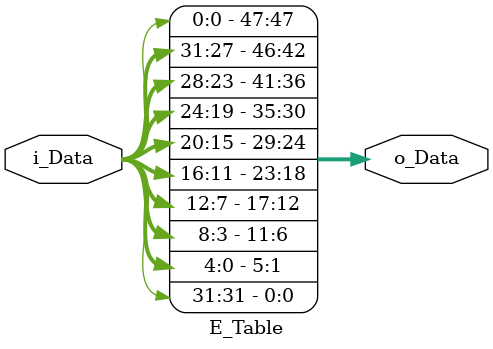
<source format=v>
module	E_Table(i_Data, o_Data);
input			[31:0]	i_Data;
output	wire	[47:0]	o_Data;

assign o_Data = {	i_Data[0],		i_Data[31:27],
					i_Data[28:23],	i_Data[24:19],
					i_Data[20:15],	i_Data[16:11],
					i_Data[12: 7],	i_Data[ 8: 3],
					i_Data[ 4: 0],	i_Data[31]};
endmodule



</source>
